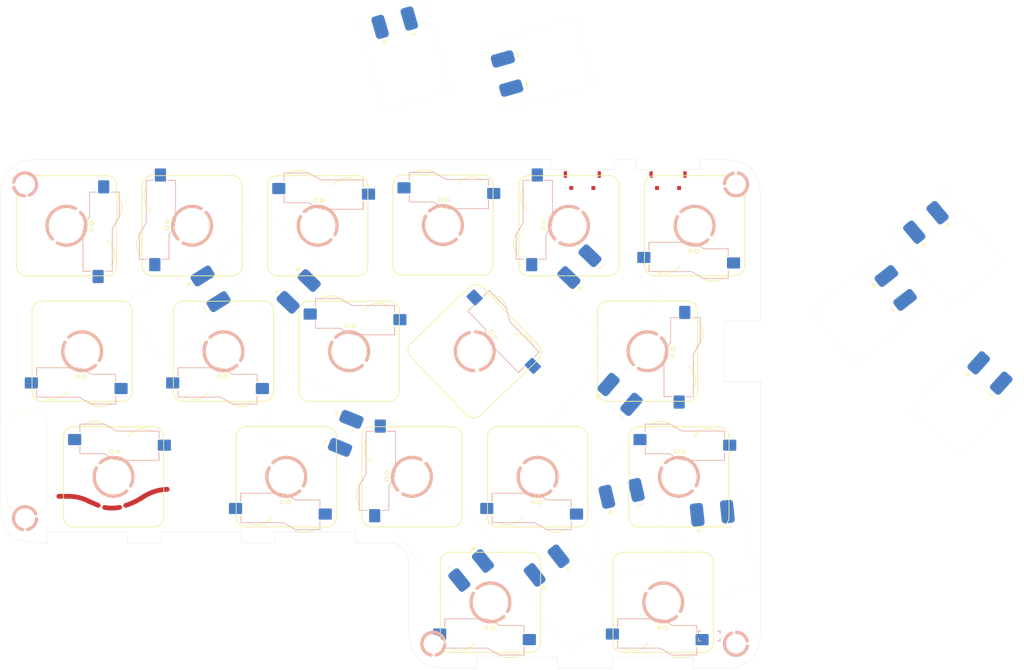
<source format=kicad_pcb>
(kicad_pcb (version 20211014) (generator pcbnew)
  (layers (0 "F.Cu" signal) (1 "In1.Cu" signal) (2 "In2.Cu" signal) (31 "B.Cu" signal) (34 "B.Paste" user) (35 "F.Paste" user) (36 "B.SilkS" user "B.Silkscreen") (37 "F.SilkS" user "F.Silkscreen") (38 "B.Mask" user) (39 "F.Mask" user) (44 "Edge.Cuts" user))
  (net 0 "")
  (net 1 "B1-")
  (net 2 "B+")
  (net 3 "B2-")
  (net 4 "B3-")
  (net 5 "B4-")
  (net 6 "B5-")
  (net 7 "B6-")
  (net 8 "B7-")
  (net 9 "B8-")
  (net 10 "B10-")
  (net 11 "B11-")
  (net 12 "B12-")
  (net 13 "GND")
  (net 14 "/MCU/RESET PIN")
  (net 17 "Net-(U4-Pad3)")
  (net 18 "/MCU/P0.29")
  (net 19 "/MCU/P0.02")
  (net 20 "/MCU/P1.15")
  (net 21 "/MCU/P1.13")
  (net 22 "/MCU/P0.25")
  (net 23 "/MCU/P0.13")
  (net 24 "/MCU/P0.15")
  (net 25 "/MCU/P0.24")
  (net 26 "/MCU/P0.30")
  (net 27 "/MCU/P0.28")
  (net 28 "/MCU/P0.03")
  (net 29 "/MCU/P1.14")
  (net 30 "/MCU/P0.10")
  (net 31 "/MCU/P0.06")
  (net 32 "/MCU/P0.09")
  (net 33 "/MCU/P1.06")
  (net 34 "/MCU/P1.04")
  (net 35 "/MCU/P1.03")
  (footprint "Library:BatteryV2" (layer "F.Cu") (at 245.943143 82.469502 -140)
    (fp_text reference "B6" hide)
    (fp_text value "Battery")
    (fp_line (start 10.35 13.65) (end 10.35 0.2) (layer "Edge.Cuts") (width 0.01))
    (fp_line (start 9.95 -0.2) (end 0.2 -0.2) (layer "Edge.Cuts") (width 0.01))
    (fp_line (start 9.25 10.600002) (end 9.25 13.65) (layer "Edge.Cuts") (width 0.01))
    (fp_line (start 0.9 13.65) (end 0.900002 10.6) (layer "Edge.Cuts") (width 0.01))
    (fp_line (start -0.2 0.2) (end -0.2 13.65) (layer "Edge.Cuts") (width 0.01))
    (fp_line (start 8.85 10.200002) (end 1.300002 10.2) (layer "Edge.Cuts") (width 0.01))
    (fp_arc (start 0.9 13.65) (mid 0.35 14.2) (end -0.2 13.65) (layer "Edge.Cuts") (width 0.01))
    (fp_arc (start 0.900002 10.6) (mid 1.01716 10.317158) (end 1.300002 10.2) (layer "Edge.Cuts") (width 0.01))
    (fp_arc (start 8.85 10.200002) (mid 9.132842 10.31716) (end 9.25 10.600002) (layer "Edge.Cuts") (width 0.01))
    (fp_arc (start 9.95 -0.2) (mid 10.232843 -0.082843) (end 10.35 0.2) (layer "Edge.Cuts") (width 0.01))
    (fp_arc (start -0.2 0.2) (mid -0.082842 -0.082842) (end 0.2 -0.2) (layer "Edge.Cuts") (width 0.01))
    (fp_arc (start 10.35 13.65) (mid 9.8 14.2) (end 9.25 13.65) (layer "Edge.Cuts") (width 0.01))
    (pad "1" smd roundrect locked (at 2.775 12 220) (size 2 3.5) (layers "B.Cu" "B.Paste" "B.Mask") (net 7 "B6-"))
    (pad "2" smd roundrect locked (at 7.375 12 40) (size 2 3.5) (layers "B.Cu" "B.Paste" "B.Mask") (net 2 "B+"))
  )
  (footprint "Library:GateronHotswap" (layer "F.Cu") (at 194.5125 134.188524)
    (fp_text reference "REF**" hide)
    (fp_text value "GateronHotswap")
    (pad "" np_thru_hole circle locked (at -4.4 4.7 180) (size 3.05 3.05) (drill 3.05) (layers *.Cu *.Mask))
    (pad "" np_thru_hole circle locked (at 2.6 5.75) (size 3.05 3.05) (drill 3.05) (layers *.Cu *.Mask))
    (pad "" np_thru_hole circle locked (at 0 0 180) (size 5.1 5.1) (drill 5.1) (layers F&B.Cu *.Mask))
    (pad "1" smd roundrect locked (at 5.900541 5.65 180) (size 2 1.7) (layers "B.Cu" "B.Paste" "B.Mask") (roundrect_rratio 0.1) (net 13 "GND"))
    (pad "2" smd roundrect locked (at -7.700541 4.8) (size 2 1.7) (layers "B.Cu" "B.Paste" "B.Mask") (roundrect_rratio 0.1) (net 20 "/MCU/P1.15"))
  )
  (footprint "Library:GateronHotswap" (layer "F.Cu") (at 104.025 77.038524 90)
    (fp_text reference "REF**" hide)
    (fp_text value "GateronHotswap")
    (pad "" np_thru_hole circle (at 0 0 270) (size 5.1 5.1) (drill 5.1) (layers F&B.Cu *.Mask))
    (pad "" np_thru_hole circle (at -4.4 4.7 270) (size 3.05 3.05) (drill 3.05) (layers *.Cu *.Mask))
    (pad "" np_thru_hole circle (at 2.6 5.75 90) (size 3.05 3.05) (drill 3.05) (layers *.Cu *.Mask))
    (pad "1" smd roundrect (at 5.900541 5.65 270) (size 2 1.7) (layers "B.Cu" "B.Paste" "B.Mask") (roundrect_rratio 0.1) (net 13 "GND"))
    (pad "2" smd roundrect (at -7.700541 4.8 90) (size 2 1.7) (layers "B.Cu" "B.Paste" "B.Mask") (roundrect_rratio 0.1) (net 33 "/MCU/P1.06"))
  )
  (footprint "" (layer "F.Cu") (at 97.75 70.763524)
    (fp_text reference "" (at 0 0) (layer "F.SilkS") (effects (font (size 1.27 1.27))))
    (fp_text value "" (at 0 0) (layer "F.SilkS") (effects (font (size 1.27 1.27))))
    (pad "" np_thru_hole circle locked (at 0 0 180) (size 2.8 2.8) (drill 2.8) (layers F&B.Cu *.Mask))
  )
  (footprint "" (layer "F.Cu") (at 205.54995 70.763514 -90)
    (fp_text reference "" (at 0 0 90) (layer "F.SilkS") (effects (font (size 1.27 1.27))))
    (fp_text value "" (at 0 0 90) (layer "F.SilkS") (effects (font (size 1.27 1.27))))
    (pad "" np_thru_hole circle locked (at 0 0 90) (size 2.8 2.8) (drill 2.8) (layers F&B.Cu *.Mask))
  )
  (footprint "Library:BatteryV2" (layer "F.Cu") (at 183.918546 115.018082 139)
    (fp_text reference "B1" hide)
    (fp_text value "Battery")
    (fp_line (start 8.85 10.200002) (end 1.300002 10.2) (layer "Edge.Cuts") (width 0.01))
    (fp_line (start 10.35 13.65) (end 10.35 0.2) (layer "Edge.Cuts") (width 0.01))
    (fp_line (start 0.9 13.65) (end 0.900002 10.6) (layer "Edge.Cuts") (width 0.01))
    (fp_line (start -0.2 0.2) (end -0.2 13.65) (layer "Edge.Cuts") (width 0.01))
    (fp_line (start 9.25 10.600002) (end 9.25 13.65) (layer "Edge.Cuts") (width 0.01))
    (fp_line (start 9.95 -0.2) (end 0.2 -0.2) (layer "Edge.Cuts") (width 0.01))
    (fp_arc (start 8.85 10.200002) (mid 9.132842 10.317159) (end 9.25 10.600002) (layer "Edge.Cuts") (width 0.01))
    (fp_arc (start 0.900002 10.6) (mid 1.01716 10.317157) (end 1.300002 10.2) (layer "Edge.Cuts") (width 0.01))
    (fp_arc (start 9.95 -0.2) (mid 10.232843 -0.082843) (end 10.35 0.2) (layer "Edge.Cuts") (width 0.01))
    (fp_arc (start 0.9 13.65) (mid 0.350001 14.2) (end -0.2 13.65) (layer "Edge.Cuts") (width 0.01))
    (fp_arc (start 10.35 13.65) (mid 9.8 14.2) (end 9.25 13.65) (layer "Edge.Cuts") (width 0.01))
    (fp_arc (start -0.2 0.2) (mid -0.082842 -0.082842) (end 0.2 -0.2) (layer "Edge.Cuts") (width 0.01))
    (pad "1" smd roundrect locked (at 2.775 12 139) (size 2 3.5) (layers "B.Cu" "B.Paste" "B.Mask") (net 1 "B1-"))
    (pad "2" smd roundrect locked (at 7.375 12 319) (size 2 3.5) (layers "B.Cu" "B.Paste" "B.Mask") (net 2 "B+"))
  )
  (footprint "Library:BatteryV2" (layer "F.Cu") (at 193.96582 87.930909 -134)
    (fp_text reference "B7" hide)
    (fp_text value "Battery")
    (fp_line (start 9.95 -0.2) (end 0.2 -0.2) (layer "Edge.Cuts") (width 0.01))
    (fp_line (start 9.25 10.600002) (end 9.25 13.65) (layer "Edge.Cuts") (width 0.01))
    (fp_line (start 0.9 13.65) (end 0.900002 10.6) (layer "Edge.Cuts") (width 0.01))
    (fp_line (start 8.85 10.200002) (end 1.300002 10.2) (layer "Edge.Cuts") (width 0.01))
    (fp_line (start -0.2 0.2) (end -0.2 13.65) (layer "Edge.Cuts") (width 0.01))
    (fp_line (start 10.35 13.65) (end 10.35 0.2) (layer "Edge.Cuts") (width 0.01))
    (fp_arc (start 8.85 10.200002) (mid 9.132842 10.31716) (end 9.25 10.600002) (layer "Edge.Cuts") (width 0.01))
    (fp_arc (start 10.35 13.65) (mid 9.8 14.2) (end 9.25 13.65) (layer "Edge.Cuts") (width 0.01))
    (fp_arc (start -0.2 0.2) (mid -0.082842 -0.082843) (end 0.2 -0.2) (layer "Edge.Cuts") (width 0.01))
    (fp_arc (start 0.900002 10.6) (mid 1.01716 10.317158) (end 1.300002 10.2) (layer "Edge.Cuts") (width 0.01))
    (fp_arc (start 0.9 13.65) (mid 0.35 14.2) (end -0.2 13.65) (layer "Edge.Cuts") (width 0.01))
    (fp_arc (start 9.95 -0.2) (mid 10.232843 -0.082843) (end 10.35 0.2) (layer "Edge.Cuts") (width 0.01))
    (pad "1" smd roundrect locked (at 2.775 12 226) (size 2 3.5) (layers "B.Cu" "B.Paste" "B.Mask"))
    (pad "2" smd roundrect locked (at 7.375 12 46) (size 2 3.5) (layers "B.Cu" "B.Paste" "B.Mask"))
  )
  (footprint "Library:GateronHotswap" (layer "F.Cu") (at 146.8875 96.088524 180)
    (fp_text reference "REF**" hide)
    (fp_text value "GateronHotswap")
    (pad "" np_thru_hole circle locked (at -4.4 4.7) (size 3.05 3.05) (drill 3.05) (layers *.Cu *.Mask))
    (pad "" np_thru_hole circle locked (at 0 0) (size 5.1 5.1) (drill 5.1) (layers F&B.Cu *.Mask))
    (pad "" np_thru_hole circle locked (at 2.6 5.75 180) (size 3.05 3.05) (drill 3.05) (layers *.Cu *.Mask))
    (pad "1" smd roundrect locked (at 5.900541 5.65) (size 2 1.7) (layers "B.Cu" "B.Paste" "B.Mask") (roundrect_rratio 0.1) (net 13 "GND"))
    (pad "2" smd roundrect locked (at -7.700541 4.8 180) (size 2 1.7) (layers "B.Cu" "B.Paste" "B.Mask") (roundrect_rratio 0.1) (net 24 "/MCU/P0.15"))
  )
  (footprint "Library:GateronHotswap" (layer "F.Cu") (at 142.125 77.038524 180)
    (fp_text reference "REF**" hide)
    (fp_text value "GateronHotswap")
    (pad "" np_thru_hole circle locked (at 0 0) (size 5.1 5.1) (drill 5.1) (layers F&B.Cu *.Mask))
    (pad "" np_thru_hole circle locked (at -4.4 4.7) (size 3.05 3.05) (drill 3.05) (layers *.Cu *.Mask))
    (pad "" np_thru_hole circle locked (at 2.6 5.75 180) (size 3.05 3.05) (drill 3.05) (layers *.Cu *.Mask))
    (pad "1" smd roundrect locked (at 5.900541 5.65) (size 2 1.7) (layers "B.Cu" "B.Paste" "B.Mask") (roundrect_rratio 0.1) (net 22 "/MCU/P0.25"))
    (pad "2" smd roundrect locked (at -7.700541 4.8 180) (size 2 1.7) (layers "B.Cu" "B.Paste" "B.Mask") (roundrect_rratio 0.1) (net 13 "GND"))
  )
  (footprint "Library:Button" (layer "F.Cu") (at 182.245953 71.013525)
    (fp_text reference "U1" hide)
    (fp_text value "Button")
    (fp_line (start -2.32 0) (end -2.32 -2.25) (layer "Edge.Cuts") (width 0.01))
    (fp_line (start 2.32 0) (end -2.32 0) (layer "Edge.Cuts") (width 0.01))
    (fp_line (start 2.32 0) (end 2.32 -2.25) (layer "Edge.Cuts") (width 0.01))
    (pad "1" smd roundrect locked (at 2.57 -1.75 180) (size 0.5 1) (layers "F.Cu" "F.Paste" "F.Mask") (chamfer_ratio 0) (chamfer top_right bottom_right))
    (pad "1" smd roundrect locked (at -2.57 -1.75) (size 0.5 1) (layers "F.Cu" "F.Paste" "F.Mask") (chamfer_ratio 0) (chamfer top_right bottom_right))
    (pad "2" smd roundrect locked (at -1.675 0.3 90) (size 0.6 0.6) (layers "F.Cu" "F.Paste" "F.Mask") (chamfer_ratio 0) (chamfer top_right bottom_right) (net 13 "GND"))
    (pad "3" smd roundrect locked (at 1.675 0.3 90) (size 0.6 0.6) (layers "F.Cu" "F.Paste" "F.Mask") (chamfer_ratio 0) (chamfer top_right bottom_right) (net 14 "/MCU/RESET PIN"))
  )
  (footprint "Library:GateronHotswap" (layer "F.Cu") (at 199.275 77.038524)
    (fp_text reference "REF**" hide)
    (fp_text value "GateronHotswap")
    (pad "" np_thru_hole circle locked (at 0 0 180) (size 5.1 5.1) (drill 5.1) (layers F&B.Cu *.Mask))
    (pad "" np_thru_hole circle locked (at -4.4 4.7 180) (size 3.05 3.05) (drill 3.05) (layers *.Cu *.Mask))
    (pad "" np_thru_hole circle locked (at 2.6 5.75) (size 3.05 3.05) (drill 3.05) (layers *.Cu *.Mask))
    (pad "1" smd roundrect locked (at 5.900541 5.65 180) (size 2 1.7) (layers "B.Cu" "B.Paste" "B.Mask") (roundrect_rratio 0.1) (net 13 "GND"))
    (pad "2" smd roundrect locked (at -7.700541 4.8) (size 2 1.7) (layers "B.Cu" "B.Paste" "B.Mask") (roundrect_rratio 0.1) (net 29 "/MCU/P1.14"))
  )
  (footprint "Library:BatteryV2" (layer "F.Cu") (at 208.254169 132.061147 -174)
    (fp_text reference "B7" hide)
    (fp_text value "Battery")
    (fp_line (start 9.95 -0.2) (end 0.2 -0.2) (layer "Edge.Cuts") (width 0.01))
    (fp_line (start 9.25 10.600002) (end 9.25 13.65) (layer "Edge.Cuts") (width 0.01))
    (fp_line (start 0.9 13.65) (end 0.900002 10.6) (layer "Edge.Cuts") (width 0.01))
    (fp_line (start 8.85 10.200002) (end 1.300002 10.2) (layer "Edge.Cuts") (width 0.01))
    (fp_line (start -0.2 0.2) (end -0.2 13.65) (layer "Edge.Cuts") (width 0.01))
    (fp_line (start 10.35 13.65) (end 10.35 0.2) (layer "Edge.Cuts") (width 0.01))
    (fp_arc (start 8.85 10.200002) (mid 9.132842 10.31716) (end 9.25 10.600002) (layer "Edge.Cuts") (width 0.01))
    (fp_arc (start 10.35 13.65) (mid 9.8 14.2) (end 9.25 13.65) (layer "Edge.Cuts") (width 0.01))
    (fp_arc (start -0.2 0.2) (mid -0.082842 -0.082842) (end 0.2 -0.2) (layer "Edge.Cuts") (width 0.01))
    (fp_arc (start 0.900002 10.6) (mid 1.01716 10.317158) (end 1.300002 10.2) (layer "Edge.Cuts") (width 0.01))
    (fp_arc (start 0.9 13.65) (mid 0.35 14.2) (end -0.2 13.65) (layer "Edge.Cuts") (width 0.01))
    (fp_arc (start 9.95 -0.2) (mid 10.232843 -0.082843) (end 10.35 0.2) (layer "Edge.Cuts") (width 0.01))
    (pad "1" smd roundrect locked (at 2.775 12 186) (size 2 3.5) (layers "B.Cu" "B.Paste" "B.Mask") (net 8 "B7-"))
    (pad "2" smd roundrect locked (at 7.375 12 6) (size 2 3.5) (layers "B.Cu" "B.Paste" "B.Mask") (net 2 "B+"))
  )
  (footprint "Library:GateronHotswap" (layer "F.Cu") (at 168.31875 134.188524)
    (fp_text reference "REF**" hide)
    (fp_text value "GateronHotswap")
    (pad "" np_thru_hole circle locked (at 2.6 5.75) (size 3.05 3.05) (drill 3.05) (layers *.Cu *.Mask))
    (pad "" np_thru_hole circle locked (at 0 0 180) (size 5.1 5.1) (drill 5.1) (layers F&B.Cu *.Mask))
    (pad "" np_thru_hole circle locked (at -4.4 4.7 180) (size 3.05 3.05) (drill 3.05) (layers *.Cu *.Mask))
    (pad "1" smd roundrect locked (at 5.900541 5.65 180) (size 2 1.7) (layers "B.Cu" "B.Paste" "B.Mask") (roundrect_rratio 0.1) (net 21 "/MCU/P1.13"))
    (pad "2" smd roundrect locked (at -7.700541 4.8) (size 2 1.7) (layers "B.Cu" "B.Paste" "B.Mask") (roundrect_rratio 0.1) (net 13 "GND"))
  )
  (footprint "Library:BatteryV2" (layer "F.Cu") (at 133.34506 108.750701 68)
    (fp_text reference "B12" hide)
    (fp_text value "Battery")
    (fp_line (start -0.2 0.2) (end -0.2 13.65) (layer "Edge.Cuts") (width 0.01))
    (fp_line (start 0.9 13.65) (end 0.900002 10.6) (layer "Edge.Cuts") (width 0.01))
    (fp_line (start 10.35 13.65) (end 10.35 0.2) (layer "Edge.Cuts") (width 0.01))
    (fp_line (start 9.95 -0.2) (end 0.2 -0.2) (layer "Edge.Cuts") (width 0.01))
    (fp_line (start 9.25 10.600002) (end 9.25 13.65) (layer "Edge.Cuts") (width 0.01))
    (fp_line (start 8.85 10.200002) (end 1.300002 10.2) (layer "Edge.Cuts") (width 0.01))
    (fp_arc (start 0.9 13.65) (mid 0.35 14.2) (end -0.2 13.65) (layer "Edge.Cuts") (width 0.01))
    (fp_arc (start 0.900002 10.6) (mid 1.01716 10.317158) (end 1.300002 10.2) (layer "Edge.Cuts") (width 0.01))
    (fp_arc (start 9.95 -0.2) (mid 10.232843 -0.082843) (end 10.35 0.2) (layer "Edge.Cuts") (width 0.01))
    (fp_arc (start 10.35 13.65) (mid 9.8 14.2) (end 9.25 13.65) (layer "Edge.Cuts") (width 0.01))
    (fp_arc (start -0.2 0.2) (mid -0.082842 -0.082842) (end 0.2 -0.2) (layer "Edge.Cuts") (width 0.01))
    (fp_arc (start 8.85 10.200002) (mid 9.132842 10.31716) (end 9.25 10.600002) (layer "Edge.Cuts") (width 0.01))
    (pad "1" smd roundrect locked (at 2.775 12 68) (size 2 3.5) (layers "B.Cu" "B.Paste" "B.Mask"))
    (pad "2" smd roundrect locked (at 7.375 12 248) (size 2 3.5) (layers "B.Cu" "B.Paste" "B.Mask"))
  )
  (footprint "Library:BatteryV2" (layer "F.Cu") (at 188.223171 134.942047 -142)
    (fp_text reference "B11" hide)
    (fp_text value "Battery")
    (fp_line (start 8.85 10.200002) (end 1.300002 10.2) (layer "Edge.Cuts") (width 0.01))
    (fp_line (start 9.95 -0.2) (end 0.2 -0.2) (layer "Edge.Cuts") (width 0.01))
    (fp_line (start 9.25 10.600002) (end 9.25 13.65) (layer "Edge.Cuts") (width 0.01))
    (fp_line (start 10.35 13.65) (end 10.35 0.2) (layer "Edge.Cuts") (width 0.01))
    (fp_line (start -0.2 0.2) (end -0.2 13.65) (layer "Edge.Cuts") (width 0.01))
    (fp_line (start 0.9 13.65) (end 0.900002 10.6) (layer "Edge.Cuts") (width 0.01))
    (fp_arc (start -0.2 0.2) (mid -0.082842 -0.082842) (end 0.2 -0.2) (layer "Edge.Cuts") (width 0.01))
    (fp_arc (start 9.95 -0.2) (mid 10.232843 -0.082843) (end 10.35 0.2) (layer "Edge.Cuts") (width 0.01))
    (fp_arc (start 0.9 13.65) (mid 0.35 14.2) (end -0.2 13.65) (layer "Edge.Cuts") (width 0.01))
    (fp_arc (start 10.35 13.65) (mid 9.8 14.2) (end 9.25 13.65) (layer "Edge.Cuts") (width 0.01))
    (fp_arc (start 8.85 10.200002) (mid 9.132842 10.31716) (end 9.25 10.600002) (layer "Edge.Cuts") (width 0.01))
    (fp_arc (start 0.900002 10.6) (mid 1.01716 10.317158) (end 1.300002 10.2) (layer "Edge.Cuts") (width 0.01))
    (pad "1" smd roundrect locked (at 2.775 12 218) (size 2 3.5) (layers "B.Cu" "B.Paste" "B.Mask") (net 11 "B11-"))
    (pad "2" smd roundrect locked (at 7.375 12 38) (size 2 3.5) (layers "B.Cu" "B.Paste" "B.Mask") (net 2 "B+"))
  )
  (footprint "Library:GateronHotswap" (layer "F.Cu") (at 196.893751 115.138524 180)
    (fp_text reference "REF**" hide)
    (fp_text value "GateronHotswap")
    (pad "" np_thru_hole circle locked (at -4.4 4.7) (size 3.05 3.05) (drill 3.05) (layers *.Cu *.Mask))
    (pad "" np_thru_hole circle locked (at 0 0) (size 5.1 5.1) (drill 5.1) (layers F&B.Cu *.Mask))
    (pad "" np_thru_hole circle locked (at 2.6 5.75 180) (size 3.05 3.05) (drill 3.05) (layers *.Cu *.Mask))
    (pad "1" smd roundrect locked (at 5.900541 5.65) (size 2 1.7) (layers "B.Cu" "B.Paste" "B.Mask") (roundrect_rratio 0.1) (net 19 "/MCU/P0.02"))
    (pad "2" smd roundrect locked (at -7.700541 4.8 180) (size 2 1.7) (layers "B.Cu" "B.Paste" "B.Mask") (roundrect_rratio 0.1) (net 13 "GND"))
  )
  (footprint "Library:GateronHotswap" (layer "F.Cu") (at 137.3625 115.138524)
    (fp_text reference "REF**" hide)
    (fp_text value "GateronHotswap")
    (pad "" np_thru_hole circle locked (at 2.6 5.75) (size 3.05 3.05) (drill 3.05) (layers *.Cu *.Mask))
    (pad "" np_thru_hole circle locked (at 0 0 180) (size 5.1 5.1) (drill 5.1) (layers F&B.Cu *.Mask))
    (pad "" np_thru_hole circle locked (at -4.4 4.7 180) (size 3.05 3.05) (drill 3.05) (layers *.Cu *.Mask))
    (pad "1" smd roundrect locked (at 5.900541 5.65 180) (size 2 1.7) (layers "B.Cu" "B.Paste" "B.Mask") (roundrect_rratio 0.1) (net 31 "/MCU/P0.06"))
    (pad "2" smd roundrect locked (at -7.700541 4.8) (size 2 1.7) (layers "B.Cu" "B.Paste" "B.Mask") (roundrect_rratio 0.1) (net 13 "GND"))
  )
  (footprint "Library:ConicCorner" (layer "F.Cu") (at 207.299949 67.013524)
    (fp_text reference "REF**" hide)
    (fp_text value "ConicCorner" hide)
    (fp_line (start 0.685007 1.565378) (end 0.56 1.44) (layer "Edge.Cuts") (width 0.03))
    (fp_line (start -3.109557 0.029585) (end -3.326097 0.014735) (layer "Edge.Cuts") (width 0.03))
    (fp_line (start -2.476649 0.094994) (end -2.684833 0.069714) (layer "Edge.Cuts") (width 0.03))
    (fp_line (start 0.685007 1.565378) (end 0.803113 1.697657) (layer "Edge.Cuts") (width 0.03))
    (fp_line (start 1.589742 3.127744) (end 1.650704 3.30803) (layer "Edge.Cuts") (width 0.03))
    (fp_line (start -0.608282 0.620207) (end -0.77787 0.545713) (layer "Edge.Cuts") (width 0.03))
    (fp_line (start 0.434993 1.314622) (end 0.302343 1.196887) (layer "Edge.Cuts") (width 0.03))
    (fp_line (start 0.434993 1.314622) (end 0.56 1.44) (layer "Edge.Cuts") (width 0.03))
    (fp_line (start -1.127744 0.410258) (end -1.30803 0.349296) (layer "Edge.Cuts") (width 0.03))
    (fp_line (start 1.905006 4.476649) (end 1.930286 4.684833) (layer "Edge.Cuts") (width 0.03))
    (fp_line (start 1.970415 5.109557) (end 1.985265 5.326097) (layer "Edge.Cuts") (width 0.03))
    (fp_line (start 1.38 2.61) (end 1.454287 2.77787) (layer "Edge.Cuts") (width 0.03))
    (fp_curve (pts (xy 1.113416 2.13435) (xy 1.209506 2.286225) (xy 1.298275 2.444307) (xy 1.379793 2.608282)) (layer "Edge.Cuts") (width 0.03))
    (fp_curve (pts (xy -4 0) (xy -3.771346 0) (xy -3.546712 0.004911) (xy -3.326097 0.014735)) (layer "Edge.Cuts") (width 0.03))
    (fp_curve (pts (xy -0.608282 0.620207) (xy -0.444307 0.701725) (xy -0.286225 0.790494) (xy -0.13435 0.886584)) (layer "Edge.Cuts") (width 0.03))
    (fp_curve (pts (xy 1.650704 3.30803) (xy 1.705157 3.493399) (xy 1.753391 3.683603) (xy 1.795683 3.87844)) (layer "Edge.Cuts") (width 0.03))
    (fp_curve (pts (xy 1.985265 5.326097) (xy 1.995089 5.546712) (xy 2 5.771346) (xy 2 6)) (layer "Edge.Cuts") (width 0.03))
    (fp_curve (pts (xy 1.795683 3.87844) (xy 1.837975 4.073277) (xy 1.874324 4.272747) (xy 1.905006 4.476649)) (layer "Edge.Cuts") (width 0.03))
    (fp_curve (pts (xy -0.13435 0.886584) (xy 0.017526 0.982674) (xy 0.163194 1.086085) (xy 0.302343 1.196887)) (layer "Edge.Cuts") (width 0.03))
    (fp_curve (pts (xy 0.803113 1.697657) (xy 0.913915 1.836806) (xy 1.017326 1.982474) (xy 1.113416 2.13435)) (layer "Edge.Cuts") (width 0.03))
    (fp_curve (pts (xy 1.454287 2.77787) (xy 1.522015 2.952807) (xy 1.522015 2.952807) (xy 1.589742 3.127744)) (layer "Edge.Cuts") (width 0.03))
    (fp_curve (pts (xy -1.127744 0.410258) (xy -0.952807 0.477985) (xy -0.952807 0.477985) (xy -0.77787 0.545713)) (layer "Edge.Cuts") (width 0.03))
    (fp_curve (pts (xy -2.476649 0.094994) (xy -2.272747 0.125676) (xy -2.073277 0.162025) (xy -1.87844 0.204317)) (layer "Edge.Cuts") (width 0.03))
    (fp_curve (pts (xy 1.930286 4.684833) (xy 1.95035 4.897195) (xy 1.95035 4.897195) (xy 1.970415 5.109557)) (layer "Edge.Cuts") (width 0.03))
    (fp_curve (pts (xy -3.109557 0.029585) (xy -2.897195 0.04965) (xy -2.897195 0.04965) (xy -2.684833 0.069714)) (layer "Edge.Cuts") (width 0.03))
    (fp_curve (pts (xy -1.87844 0.204317) (xy -1.683603 0.246609) (xy -1.493399 0.294843) (xy -1.30803 0.349296)) (layer "Edge.Cuts") (width 0.03))
  )
  (footprint "" (layer "F.Cu") (at 205.549957 140.463525 180)
    (fp_text reference "" (at 0 0) (layer "F.SilkS") (effects (font (size 1.27 1.27))))
    (fp_text value "" (at 0 0) (layer "F.SilkS") (effects (font (size 1.27 1.27))))
    (pad "" np_thru_hole circle locked (at 0 0) (size 2.8 2.8) (drill 2.8) (layers F&B.Cu *.Mask))
  )
  (footprint "Library:BatteryV2" (layer "F.Cu") (at 118.396454 97.274416 122)
    (fp_text reference "B2" hide)
    (fp_text value "Battery")
    (fp_line (start -0.2 0.2) (end -0.2 13.65) (layer "Edge.Cuts") (width 0.01))
    (fp_line (start 9.25 10.600002) (end 9.25 13.65) (layer "Edge.Cuts") (width 0.01))
    (fp_line (start 8.85 10.200002) (end 1.300002 10.2) (layer "Edge.Cuts") (width 0.01))
    (fp_line (start 0.9 13.65) (end 0.900002 10.6) (layer "Edge.Cuts") (width 0.01))
    (fp_line (start 9.95 -0.2) (end 0.2 -0.2) (layer "Edge.Cuts") (width 0.01))
    (fp_line (start 10.35 13.65) (end 10.35 0.2) (layer "Edge.Cuts") (width 0.01))
    (fp_arc (start 10.35 13.65) (mid 9.8 14.2) (end 9.25 13.65) (layer "Edge.Cuts") (width 0.01))
    (fp_arc (start 0.9 13.65) (mid 0.349999 14.2) (end -0.2 13.65) (layer "Edge.Cuts") (width 0.01))
    (fp_arc (start 8.85 10.200002) (mid 9.132842 10.31716) (end 9.25 10.600002) (layer "Edge.Cuts") (width 0.01))
    (fp_arc (start 9.95 -0.2) (mid 10.232843 -0.082843) (end 10.35 0.2) (layer "Edge.Cuts") (width 0.01))
    (fp_arc (start 0.900002 10.6) (mid 1.01716 10.317158) (end 1.300002 10.2) (layer "Edge.Cuts") (width 0.01))
    (fp_arc (start -0.2 0.2) (mid -0.082842 -0.082842) (end 0.2 -0.2) (layer "Edge.Cuts") (width 0.01))
    (pad "1" smd roundrect locked (at 2.775 12 122) (size 2 3.5) (layers "B.Cu" "B.Paste" "B.Mask") (net 3 "B2-"))
    (pad "2" smd roundrect locked (at 7.375 12 302) (size 2 3.5) (layers "B.Cu" "B.Paste" "B.Mask") (net 2 "B+"))
  )
  (footprint "Library:GateronHotswap" (layer "F.Cu") (at 175.462499 115.138524)
    (fp_text reference "REF**" hide)
    (fp_text value "GateronHotswap")
    (pad "" np_thru_hole circle locked (at -4.4 4.7 180) (size 3.05 3.05) (drill 3.05) (layers *.Cu *.Mask))
    (pad "" np_thru_hole circle locked (at 0 0 180) (size 5.1 5.1) (drill 5.1) (layers F&B.Cu *.Mask))
    (pad "" np_thru_hole circle locked (at 2.6 5.75) (size 3.05 3.05) (drill 3.05) (layers *.Cu *.Mask))
    (pad "1" smd roundrect locked (at 5.900541 5.65 180) (size 2 1.7) (layers "B.Cu" "B.Paste" "B.Mask") (roundrect_rratio 0.1) (net 18 "/MCU/P0.29"))
    (pad "2" smd roundrect locked (at -7.700541 4.8) (size 2 1.7) (layers "B.Cu" "B.Paste" "B.Mask") (roundrect_rratio 0.1) (net 13 "GND"))
  )
  (footprint "Library:ConicCorner" (layer "F.Cu") (at 157.9125 144.213524 180)
    (fp_text reference "REF**" hide)
    (fp_text value "ConicCorner" hide)
    (fp_line (start -2.476649 0.094994) (end -2.684833 0.069714) (layer "Edge.Cuts") (width 0.03))
    (fp_line (start 1.38 2.61) (end 1.454287 2.77787) (layer "Edge.Cuts") (width 0.03))
    (fp_line (start 0.434993 1.314622) (end 0.302343 1.196887) (layer "Edge.Cuts") (width 0.03))
    (fp_line (start 0.685007 1.565378) (end 0.56 1.44) (layer "Edge.Cuts") (width 0.03))
    (fp_line (start 1.905006 4.476649) (end 1.930286 4.684833) (layer "Edge.Cuts") (width 0.03))
    (fp_line (start -1.127744 0.410258) (end -1.30803 0.349296) (layer "Edge.Cuts") (width 0.03))
    (fp_line (start 0.685007 1.565378) (end 0.803113 1.697657) (layer "Edge.Cuts") (width 0.03))
    (fp_line (start 1.589742 3.127744) (end 1.650704 3.30803) (layer "Edge.Cuts") (width 0.03))
    (fp_line (start -3.109557 0.029585) (end -3.326097 0.014735) (layer "Edge.Cuts") (width 0.03))
    (fp_line (start -0.608282 0.620207) (end -0.77787 0.545713) (layer "Edge.Cuts") (width 0.03))
    (fp_line (start 0.434993 1.314622) (end 0.56 1.44) (layer "Edge.Cuts") (width 0.03))
    (fp_line (start 1.970415 5.109557) (end 1.985265 5.326097) (layer "Edge.Cuts") (width 0.03))
    (fp_curve (pts (xy 1.795683 3.87844) (xy 1.837975 4.073277) (xy 1.874324 4.272747) (xy 1.905006 4.476649)) (layer "Edge.Cuts") (width 0.03))
    (fp_curve (pts (xy -0.13435 0.886584) (xy 0.017526 0.982674) (xy 0.163194 1.086085) (xy 0.302343 1.196887)) (layer "Edge.Cuts") (width 0.03))
    (fp_curve (pts (xy -1.87844 0.204317) (xy -1.683603 0.246609) (xy -1.493399 0.294843) (xy -1.30803 0.349296)) (layer "Edge.Cuts") (width 0.03))
    (fp_curve (pts (xy 1.930286 4.684833) (xy 1.95035 4.897195) (xy 1.95035 4.897195) (xy 1.970415 5.109557)) (layer "Edge.Cuts") (width 0.03))
    (fp_curve (pts (xy -4 0) (xy -3.771346 0) (xy -3.546712 0.004911) (xy -3.326097 0.014735)) (layer "Edge.Cuts") (width 0.03))
    (fp_curve (pts (xy -3.109557 0.029585) (xy -2.897195 0.04965) (xy -2.897195 0.04965) (xy -2.684833 0.069714)) (layer "Edge.Cuts") (width 0.03))
    (fp_curve (pts (xy -1.127744 0.410258) (xy -0.952807 0.477985) (xy -0.952807 0.477985) (xy -0.77787 0.545713)) (layer "Edge.Cuts") (width 0.03))
    (fp_curve (pts (xy 1.113416 2.13435) (xy 1.209506 2.286225) (xy 1.298275 2.444307) (xy 1.379793 2.608282)) (layer "Edge.Cuts") (width 0.03))
    (fp_curve (pts (xy 1.650704 3.30803) (xy 1.705157 3.493399) (xy 1.753391 3.683603) (xy 1.795683 3.87844)) (layer "Edge.Cuts") (width 0.03))
    (fp_curve (pts (xy 0.803113 1.697657) (xy 0.913915 1.836806) (xy 1.017326 1.982474) (xy 1.113416 2.13435)) (layer "Edge.Cuts") (width 0.03))
    (fp_curve (pts (xy 1.454287 2.77787) (xy 1.522015 2.952807) (xy 1.522015 2.952807) (xy 1.589742 3.127744)) (layer "Edge.Cuts") (width 0.03))
    (fp_curve (pts (xy -2.476649 0.094994) (xy -2.272747 0.125676) (xy -2.073277 0.162025) (xy -1.87844 0.204317)) (layer "Edge.Cuts") (width 0.03))
    (fp_curve (pts (xy 1.985265 5.326097) (xy 1.995089 5.546712) (xy 2 5.771346) (xy 2 6)) (layer "Edge.Cuts") (width 0.03))
    (fp_curve (pts (xy -0.608282 0.620207) (xy -0.444307 0.701725) (xy -0.286225 0.790494) (xy -0.13435 0.886584)) (layer "Edge.Cuts") (width 0.03))
  )
  (footprint "Library:GateronHotswap" (layer "F.Cu") (at 123.075 77.038524 -90)
    (fp_text reference "REF**" hide)
    (fp_text value "GateronHotswap")
    (pad "" np_thru_hole circle locked (at 0 0 90) (size 5.1 5.1) (drill 5.1) (layers F&B.Cu *.Mask))
    (pad "" np_thru_hole circle locked (at -4.4 4.7 90) (size 3.05 3.05) (drill 3.05) (layers *.Cu *.Mask))
    (pad "" np_thru_hole circle locked (at 2.6 5.75 270) (size 3.05 3.05) (drill 3.05) (layers *.Cu *.Mask))
    (pad "1" smd roundrect locked (at 5.900541 5.65 90) (size 2 1.7) (layers "B.Cu" "B.Paste" "B.Mask") (roundrect_rratio 0.1) (net 34 "/MCU/P1.04"))
    (pad "2" smd roundrect locked (at -7.700541 4.8 270) (size 2 1.7) (layers "B.Cu" "B.Paste" "B.Mask") (roundrect_rratio 0.1) (net 13 "GND"))
  )
  (footprint "Library:BatteryV2" (layer "F.Cu") (at 161.986001 56.36268 -164)
    (fp_text reference "B12" hide)
    (fp_text value "Battery")
    (fp_line (start -0.2 0.2) (end -0.2 13.65) (layer "Edge.Cuts") (width 0.01))
    (fp_line (start 0.9 13.65) (end 0.900002 10.6) (layer "Edge.Cuts") (width 0.01))
    (fp_line (start 10.35 13.65) (end 10.35 0.2) (layer "Edge.Cuts") (width 0.01))
    (fp_line (start 9.95 -0.2) (end 0.2 -0.2) (layer "Edge.Cuts") (width 0.01))
    (fp_line (start 9.25 10.600002) (end 9.25 13.65) (layer "Edge.Cuts") (width 0.01))
    (fp_line (start 8.85 10.200002) (end 1.300002 10.2) (layer "Edge.Cuts") (width 0.01))
    (fp_arc (start 0.9 13.65) (mid 0.35 14.2) (end -0.2 13.65) (layer "Edge.Cuts") (width 0.01))
    (fp_arc (start 0.900002 10.6) (mid 1.01716 10.317158) (end 1.300002 10.2) (layer "Edge.Cuts") (width 0.01))
    (fp_arc (start 9.95 -0.2) (mid 10.232843 -0.082843) (end 10.35 0.2) (layer "Edge.Cuts") (width 0.01))
    (fp_arc (start 10.35 13.65) (mid 9.8 14.2) (end 9.25 13.65) (layer "Edge.Cuts") (width 0.01))
    (fp_arc (start -0.2 0.2) (mid -0.082842 -0.082842) (end 0.2 -0.2) (layer "Edge.Cuts") (width 0.01))
    (fp_arc (start 8.85 10.200002) (mid 9.132842 10.317159) (end 9.25 10.600002) (layer "Edge.Cuts") (width 0.01))
    (pad "1" smd roundrect locked (at 2.775 12 196) (size 2 3.5) (layers "B.Cu" "B.Paste" "B.Mask"))
    (pad "2" smd roundrect locked (at 7.375 12 16) (size 2 3.5) (layers "B.Cu" "B.Paste" "B.Mask"))
  )
  (footprint "Library:GateronHotswap" (layer "F.Cu") (at 165.9375 96.088524 134)
    (fp_text reference "REF**" hide)
    (fp_text value "GateronHotswap")
    (pad "" np_thru_hole circle locked (at 0 0 314) (size 5.1 5.1) (drill 5.1) (layers F&B.Cu *.Mask))
    (pad "" np_thru_hole circle locked (at 2.6 5.75 134) (size 3.05 3.05) (drill 3.05) (layers *.Cu *.Mask))
    (pad "" np_thru_hole circle locked (at -4.4 4.7 314) (size 3.05 3.05) (drill 3.05) (layers *.Cu *.Mask))
    (pad "1" smd roundrect locked (at 5.900541 5.65 314) (size 2 1.7) (layers "B.Cu" "B.Paste" "B.Mask") (roundrect_rratio 0.1) (net 13 "GND"))
    (pad "2" smd roundrect locked (at -7.700541 4.8 134) (size 2 1.7) (layers "B.Cu" "B.Paste" "B.Mask") (roundrect_rratio 0.1) (net 26 "/MCU/P0.30"))
  )
  (footprint "Library:BatteryV2" (layer "F.Cu") (at 195.852154 128.201434 -167)
    (fp_text reference "B10" hide)
    (fp_text value "Battery")
    (fp_line (start 10.35 13.65) (end 10.35 0.2) (layer "Edge.Cuts") (width 0.01))
    (fp_line (start 9.25 10.600002) (end 9.25 13.65) (layer "Edge.Cuts") (width 0.01))
    (fp_line (start 0.9 13.65) (end 0.900002 10.6) (layer "Edge.Cuts") (width 0.01))
    (fp_line (start -0.2 0.2) (end -0.2 13.65) (layer "Edge.Cuts") (width 0.01))
    (fp_line (start 9.95 -0.2) (end 0.2 -0.2) (layer "Edge.Cuts") (width 0.01))
    (fp_line (start 8.85 10.200002) (end 1.300002 10.2) (layer "Edge.Cuts") (width 0.01))
    (fp_arc (start 8.85 10.200002) (mid 9.132842 10.31716) (end 9.25 10.600002) (layer "Edge.Cuts") (width 0.01))
    (fp_arc (start -0.2 0.2) (mid -0.082842 -0.082842) (end 0.2 -0.2) (layer "Edge.Cuts") (width 0.01))
    (fp_arc (start 9.95 -0.2) (mid 10.232843 -0.082842) (end 10.35 0.2) (layer "Edge.Cuts") (width 0.01))
    (fp_arc (start 0.9 13.65) (mid 0.35 14.2) (end -0.2 13.65) (layer "Edge.Cuts") (width 0.01))
    (fp_arc (start 0.900002 10.6) (mid 1.01716 10.317158) (end 1.300002 10.2) (layer "Edge.Cuts") (width 0.01))
    (fp_arc (start 10.35 13.65) (mid 9.8 14.2) (end 9.25 13.65) (layer "Edge.Cuts") (width 0.01))
    (pad "1" smd roundrect locked (at 2.775 12 193) (size 2 3.5) (layers "B.Cu" "B.Paste" "B.Mask") (net 10 "B10-"))
    (pad "2" smd roundrect locked (at 7.375 12 13) (size 2 3.5) (layers "B.Cu" "B.Paste" "B.Mask") (net 2 "B+"))
  )
  (footprint "" (layer "F.Cu") (at 97.75 121.413526 90)
    (fp_text reference "" (at 0 0 90) (layer "F.SilkS") (effects (font (size 1.27 1.27))))
    (fp_text value "" (at 0 0 90) (layer "F.SilkS") (effects (font (size 1.27 1.27))))
    (pad "" np_thru_hole circle locked (at 0 0 270) (size 2.8 2.8) (drill 2.8) (layers F&B.Cu *.Mask))
  )
  (footprint "Library:GateronHotswap" (layer "F.Cu") (at 127.8375 96.088524)
    (fp_text reference "REF**" hide)
    (fp_text value "GateronHotswap")
    (pad "" np_thru_hole circle locked (at -4.4 4.7 180) (size 3.05 3.05) (drill 3.05) (layers *.Cu *.Mask))
    (pad "" np_thru_hole circle locked (at 2.6 5.75) (size 3.05 3.05) (drill 3.05) (layers *.Cu *.Mask))
    (pad "" np_thru_hole circle locked (at 0 0 180) (size 5.1 5.1) (drill 5.1) (layers F&B.Cu *.Mask))
    (pad "1" smd roundrect locked (at 5.900541 5.65 180) (size 2 1.7) (layers "B.Cu" "B.Paste" "B.Mask") (roundrect_rratio 0.1) (net 13 "GND"))
    (pad "2" smd roundrect locked (at -7.700541 4.8) (size 2 1.7) (layers "B.Cu" "B.Paste" "B.Mask") (roundrect_rratio 0.1) (net 25 "/MCU/P0.24"))
  )
  (footprint "Library:ConicCorner" (layer "F.Cu") (at 96 125.163524 180)
    (fp_text reference "REF**" hide)
    (fp_text value "ConicCorner" hide)
    (fp_line (start -3.109557 0.029585) (end -3.326097 0.014735) (layer "Edge.Cuts") (width 0.03))
    (fp_line (start -2.476649 0.094994) (end -2.684833 0.069714) (layer "Edge.Cuts") (width 0.03))
    (fp_line (start -1.127744 0.410258) (end -1.30803 0.349296) (layer "Edge.Cuts") (width 0.03))
    (fp_line (start 1.589742 3.127744) (end 1.650704 3.30803) (layer "Edge.Cuts") (width 0.03))
    (fp_line (start 1.905006 4.476649) (end 1.930286 4.684833) (layer "Edge.Cuts") (width 0.03))
    (fp_line (start 1.970415 5.109557) (end 1.985265 5.326097) (layer "Edge.Cuts") (width 0.03))
    (fp_line (start 0.685007 1.565378) (end 0.803113 1.697657) (layer "Edge.Cuts") (width 0.03))
    (fp_line (start 0.434993 1.314622) (end 0.302343 1.196887) (layer "Edge.Cuts") (width 0.03))
    (fp_line (start 0.434993 1.314622) (end 0.56 1.44) (layer "Edge.Cuts") (width 0.03))
    (fp_line (start 0.685007 1.565378) (end 0.56 1.44) (layer "Edge.Cuts") (width 0.03))
    (fp_line (start -0.608282 0.620207) (end -0.77787 0.545713) (layer "Edge.Cuts") (width 0.03))
    (fp_line (start 1.38 2.61) (end 1.454287 2.77787) (layer "Edge.Cuts") (width 0.03))
    (fp_curve (pts (xy -1.127744 0.410258) (xy -0.952807 0.477985) (xy -0.952807 0.477985) (xy -0.77787 0.545713)) (layer "Edge.Cuts") (width 0.03))
    (fp_curve (pts (xy -3.109557 0.029585) (xy -2.897195 0.04965) (xy -2.897195 0.04965) (xy -2.684833 0.069714)) (layer "Edge.Cuts") (width 0.03))
    (fp_curve (pts (xy 1.113416 2.13435) (xy 1.209506 2.286225) (xy 1.298275 2.444307) (xy 1.379793 2.608282)) (layer "Edge.Cuts") (width 0.03))
    (fp_curve (pts (xy 1.795683 3.87844) (xy 1.837975 4.073277) (xy 1.874324 4.272747) (xy 1.905006 4.476649)) (layer "Edge.Cuts") (width 0.03))
    (fp_curve (pts (xy -0.608282 0.620207) (xy -0.444307 0.701725) (xy -0.286225 0.790494) (xy -0.13435 0.886584)) (layer "Edge.Cuts") (width 0.03))
    (fp_curve (pts (xy 1.650704 3.30803) (xy 1.705157 3.493399) (xy 1.753391 3.683603) (xy 1.795683 3.87844)) (layer "Edge.Cuts") (width 0.03))
    (fp_curve (pts (xy -0.13435 0.886584) (xy 0.017526 0.982674) (xy 0.163194 1.086085) (xy 0.302343 1.196887)) (layer "Edge.Cuts") (width 0.03))
    (fp_curve (pts (xy 1.454287 2.77787) (xy 1.522015 2.952807) (xy 1.522015 2.952807) (xy 1.589742 3.127744)) (layer "Edge.Cuts") (width 0.03))
    (fp_curve (pts (xy -4 0) (xy -3.771346 0) (xy -3.546712 0.004911) (xy -3.326097 0.014735)) (layer "Edge.Cuts") (width 0.03))
    (fp_curve (pts (xy 0.803113 1.697657) (xy 0.913915 1.836806) (xy 1.017326 1.982474) (xy 1.113416 2.13435)) (layer "Edge.Cuts") (width 0.03))
    (fp_curve (pts (xy -2.476649 0.094994) (xy -2.272747 0.125676) (xy -2.073277 0.162025) (xy -1.87844 0.204317)) (layer "Edge.Cuts") (width 0.03))
    (fp_curve (pts (xy 1.985265 5.326097) (xy 1.995089 5.546712) (xy 2 5.771346) (xy 2 6)) (layer "Edge.Cuts") (width 0.03))
    (fp_curve (pts (xy -1.87844 0.204317) (xy -1.683603 0.246609) (xy -1.493399 0.294843) (xy -1.30803 0.349296)) (layer "Edge.Cuts") (width 0.03))
    (fp_curve (pts (xy 1.930286 4.684833) (xy 1.95035 4.897195) (xy 1.95035 4.897195) (xy 1.970415 5.109557)) (layer "Edge.Cuts") (width 0.03))
  )
  (footprint "Library:BatteryV2" (layer "F.Cu") (at 127.08418 82.319091 46)
    (fp_text reference "B12" hide)
    (fp_text value "Battery")
    (fp_line (start -0.2 0.2) (end -0.2 13.65) (layer "Edge.Cuts") (width 0.01))
    (fp_line (start 0.9 13.65) (end 0.900002 10.6) (layer "Edge.Cuts") (width 0.01))
    (fp_line (start 10.35 13.65) (end 10.35 0.2) (layer "Edge.Cuts") (width 0.01))
    (fp_line (start 9.95 -0.2) (end 0.2 -0.2) (layer "Edge.Cuts") (width 0.01))
    (fp_line (start 9.25 10.600002) (end 9.25 13.65) (layer "Edge.Cuts") (width 0.01))
    (fp_line (start 8.85 10.200002) (end 1.300002 10.2) (layer "Edge.Cuts") (width 0.01))
    (fp_arc (start 0.9 13.65) (mid 0.35 14.2) (end -0.2 13.65) (layer "Edge.Cuts") (width 0.01))
    (fp_arc (start 0.900002 10.6) (mid 1.01716 10.317158) (end 1.300002 10.2) (layer "Edge.Cuts") (width 0.01))
    (fp_arc (start 9.95 -0.2) (mid 10.232843 -0.082843) (end 10.35 0.2) (layer "Edge.Cuts") (width 0.01))
    (fp_arc (start 10.35 13.65) (mid 9.8 14.2) (end 9.25 13.65) (layer "Edge.Cuts") (width 0.01))
    (fp_arc (start -0.2 0.2) (mid -0.082842 -0.082843) (end 0.2 -0.2) (layer "Edge.Cuts") (width 0.01))
    (fp_arc (start 8.85 10.200002) (mid 9.132842 10.31716) (end 9.25 10.600002) (layer "Edge.Cuts") (width 0.01))
    (pad "1" smd roundrect locked (at 2.775 12 46) (size 2 3.5) (layers "B.Cu" "B.Paste" "B.Mask") (net 12 "B12-"))
    (pad "2" smd roundrect locked (at 7.375 12 226) (size 2 3.5) (layers "B.Cu" "B.Paste" "B.Mask") (net 2 "B+"))
  )
  (footprint "Library:BatteryV2" (layer "F.Cu") (at 153.893802 123.226799 39)
    (fp_text reference "B4" hide)
    (fp_text value "Battery")
    (fp_line (start 10.35 13.65) (end 10.35 0.2) (layer "Edge.Cuts") (width 0.01))
    (fp_line (start 0.9 13.65) (end 0.900002 10.6) (layer "Edge.Cuts") (width 0.01))
    (fp_line (start 9.25 10.600002) (end 9.25 13.65) (layer "Edge.Cuts") (width 0.01))
    (fp_line (start -0.2 0.2) (end -0.2 13.65) (layer "Edge.Cuts") (width 0.01))
    (fp_line (start 9.95 -0.2) (end 0.2 -0.2) (layer "Edge.Cuts") (width 0.01))
    (fp_line (start 8.85 10.200002) (end 1.300002 10.2) (layer "Edge.Cuts") (width 0.01))
    (fp_arc (start -0.2 0.2) (mid -0.082842 -0.082842) (end 0.2 -0.2) (layer "Edge.Cuts") (width 0.01))
    (fp_arc (start 8.85 10.200002) (mid 9.132842 10.31716) (end 9.25 10.600002) (layer "Edge.Cuts") (width 0.01))
    (fp_arc (start 9.95 -0.2) (mid 10.232842 -0.082842) (end 10.35 0.2) (layer "Edge.Cuts") (width 0.01))
    (fp_arc (start 0.900002 10.6) (mid 1.01716 10.317158) (end 1.300002 10.2) (layer "Edge.Cuts") (width 0.01))
    (fp_arc (start 0.9 13.65) (mid 0.35 14.2) (end -0.2 13.65) (layer "Edge.Cuts") (width 0.01))
    (fp_arc (start 10.35 13.65) (mid 9.799999 14.2) (end 9.25 13.65) (layer "Edge.Cuts") (width 0.01))
    (pad "1" smd roundrect locked (at 2.775 12 39) (size 2 3.5) (layers "B.Cu" "B.Paste" "B.Mask") (net 5 "B4-"))
    (pad "2" smd roundrect locked (at 7.375 12 219) (size 2 3.5) (layers "B.Cu" "B.Paste" "B.Mask") (net 2 "B+"))
  )
  (footprint "Library:BatteryV2" (layer "F.Cu") (at 180.962203 45.756094 -74)
    (fp_text reference "B5" hide)
    (fp_text value "Battery")
    (fp_line (start 9.95 -0.2) (end 0.2 -0.2) (layer "Edge.Cuts") (width 0.01))
    (fp_line (start 8.85 10.200002) (end 1.300002 10.2) (layer "Edge.Cuts") (width 0.01))
    (fp_line (start -0.2 0.2) (end -0.2 13.65) (layer "Edge.Cuts") (width 0.01))
    (fp_line (start 10.35 13.65) (end 10.35 0.2) (layer "Edge.Cuts") (width 0.01))
    (fp_line (start 0.9 13.65) (end 0.900002 10.6) (layer "Edge.Cuts") (width 0.01))
    (fp_line (start 9.25 10.600002) (end 9.25 13.65) (layer "Edge.Cuts") (width 0.01))
    (fp_arc (start 8.85 10.200002) (mid 9.132842 10.317159) (end 9.25 10.600002) (layer "Edge.Cuts") (width 0.01))
    (fp_arc (start 0.900002 10.6) (mid 1.01716 10.317158) (end 1.300002 10.2) (layer "Edge.Cuts") (width 0.01))
    (fp_arc (start 9.95 -0.2) (mid 10.232843 -0.082843) (end 10.35 0.2) (layer "Edge.Cuts") (width 0.01))
    (fp_arc (start 10.35 13.65) (mid 9.8 14.2) (end 9.25 13.65) (layer "Edge.Cuts") (width 0.01))
    (fp_arc (start 0.9 13.65) (mid 0.35 14.2) (end -0.2 13.65) (layer "Edge.Cuts") (width 0.01))
    (fp_arc (start -0.2 0.2) (mid -0.082842 -0.082842) (end 0.2 -0.2) (layer "Edge.Cuts") (width 0.01))
    (pad "1" smd roundrect locked (at 2.775 12 286) (size 2 3.5) (layers "B.Cu" "B.Paste" "B.Mask") (net 6 "B5-"))
    (pad "2" smd roundrect locked (at 7.375 12 106) (size 2 3.5) (layers "B.Cu" "B.Paste" "B.Mask") (net 2 "B+"))
  )
  (footprint "Library:GateronHotswap" (layer "F.Cu") (at 111.16875 115.138524 180)
    (fp_text reference "REF**" hide)
    (fp_text value "GateronHotswap")
    (pad "" np_thru_hole circle locked (at 0 0) (size 5.1 5.1) (drill 5.1) (layers F&B.Cu *.Mask))
    (pad "" np_thru_hole circle locked (at 2.6 5.75 180) (size 3.05 3.05) (drill 3.05) (layers *.Cu *.Mask))
    (pad "" np_thru_hole circle locked (at -4.4 4.7) (size 3.05 3.05) (drill 3.05) (layers *.Cu *.Mask))
    (pad "1" smd roundrect locked (at 5.900541 5.65) (size 2 1.7) (layers "B.Cu" "B.Paste" "B.Mask") (roundrect_rratio 0.1) (net 13 "GND"))
    (pad "2" smd roundrect locked (at -7.700541 4.8 180) (size 2 1.7) (layers "B.Cu" "B.Paste" "B.Mask") (roundrect_rratio 0.1) (net 30 "/MCU/P0.10"))
  )
  (footprint "Library:GateronHotswap" (layer "F.Cu") (at 180.225 77.038524 -90)
    (fp_text reference "REF**" hide)
    (fp_text value "GateronHotswap")
    (pad "" np_thru_hole circle locked (at -4.4 4.7 90) (size 3.05 3.05) (drill 3.05) (layers *.Cu *.Mask))
    (pad "" np_thru_hole circle locked (at 2.6 5.75 270) (size 3.05 3.05) (drill 3.05) (layers *.Cu *.Mask))
    (pad "" np_thru_hole circle locked (at 0 0 90) (size 5.1 5.1) (drill 5.1) (layers F&B.Cu *.Mask))
    (pad "1" smd roundrect locked (at 5.900541 5.65 90) (size 2 1.7) (layers "B.Cu" "B.Paste" "B.Mask") (roundrect_rratio 0.1) (net 27 "/MCU/P0.28"))
    (pad "2" smd roundrect locked (at -7.700541 4.8 270) (size 2 1.7) (layers "B.Cu" "B.Paste" "B.Mask") (roundrect_rratio 0.1) (net 13 "GND"))
  )
  (footprint "Library:Button" (layer "F.Cu") (at 195.245952 71.013522)
    (fp_text reference "U4" hide)
    (fp_text value "Button")
    (fp_line (start 2.32 0) (end -2.32 0) (layer "Edge.Cuts") (width 0.01))
    (fp_line (start 2.32 0) (end 2.32 -2.25) (layer "Edge.Cuts") (width 0.01))
    (fp_line (start -2.32 0) (end -2.32 -2.25) (layer "Edge.Cuts") (width 0.01))
    (pad "1" smd roundrect locked (at 2.57 -1.75 180) (size 0.5 1) (layers "F.Cu" "F.Paste" "F.Mask") (chamfer_ratio 0) (chamfer top_right bottom_right))
    (pad "1" smd roundrect locked (at -2.57 -1.75) (size 0.5 1) (layers "F.Cu" "F.Paste" "F.Mask") (chamfer_ratio 0) (chamfer top_right bottom_right))
    (pad "2" smd roundrect locked (at -1.675 0.3 90) (size 0.6 0.6) (layers "F.Cu" "F.Paste" "F.Mask") (chamfer_ratio 0) (chamfer top_right bottom_right) (net 13 "GND"))
    (pad "3" smd roundrect locked (at 1.675 0.3 90) (size 0.6 0.6) (layers "F.Cu" "F.Paste" "F.Mask") (chamfer_ratio 0) (chamfer top_right bottom_right) (net 17 "Net-(U4-Pad3)"))
  )
  (footprint "Library:GateronHotswap" (layer "F.Cu") (at 161.111744 76.937516 180)
    (fp_text reference "REF**" hide)
    (fp_text value "GateronHotswap")
    (pad "" np_thru_hole circle locked (at -4.4 4.7) (size 3.05 3.05) (drill 3.05) (layers *.Cu *.Mask))
    (pad "" np_thru_hole circle locked (at 2.6 5.75 180) (size 3.05 3.05) (drill 3.05) (layers *.Cu *.Mask))
    (pad "" np_thru_hole circle locked (at 0 0) (size 5.1 5.1) (drill 5.1) (layers F&B.Cu *.Mask))
    (pad "1" smd roundrect locked (at 5.900541 5.65) (size 2 1.7) (layers "B.Cu" "B.Paste" "B.Mask") (roundrect_rratio 0.1) (net 35 "/MCU/P1.03"))
    (pad "2" smd roundrect locked (at -7.700541 4.8 180) (size 2 1.7) (layers "B.Cu" "B.Paste" "B.Mask") (roundrect_rratio 0.1) (net 13 "GND"))
  )
  (footprint "Library:BatteryV2" (layer "F.Cu") (at 223.438683 97.865642 128)
    (fp_text reference "B8" hide)
    (fp_text value "Battery")
    (fp_line (start 10.35 13.65) (end 10.35 0.2) (layer "Edge.Cuts") (width 0.01))
    (fp_line (start 8.85 10.200002) (end 1.300002 10.2) (layer "Edge.Cuts") (width 0.01))
    (fp_line (start 0.9 13.65) (end 0.900002 10.6) (layer "Edge.Cuts") (width 0.01))
    (fp_line (start 9.95 -0.2) (end 0.2 -0.2) (layer "Edge.Cuts") (width 0.01))
    (fp_line (start -0.2 0.2) (end -0.2 13.65) (layer "Edge.Cuts") (width 0.01))
    (fp_line (start 9.25 10.600002) (end 9.25 13.65) (layer "Edge.Cuts") (width 0.01))
    (fp_arc (start 8.85 10.200002) (mid 9.132842 10.31716) (end 9.25 10.600002) (layer "Edge.Cuts") (width 0.01))
    (fp_arc (start 0.9 13.65) (mid 0.35 14.2) (end -0.2 13.65) (layer "Edge.Cuts") (width 0.01))
    (fp_arc (start -0.2 0.2) (mid -0.082842 -0.082842) (end 0.2 -0.2) (layer "Edge.Cuts") (width 0.01))
    (fp_arc (start 9.95 -0.2) (mid 10.232843 -0.082843) (end 10.35 0.2) (layer "Edge.Cuts") (width 0.01))
    (fp_arc (start 0.900002 10.6) (mid 1.01716 10.317158) (end 1.300002 10.2) (layer "Edge.Cuts") (width 0.01))
    (fp_arc (start 10.35 13.65) (mid 9.8 14.2) (end 9.25 13.65) (layer "Edge.Cuts") (width 0.01))
    (pad "1" smd roundrect locked (at 2.775 12 128) (size 2 3.5) (layers "B.Cu" "B.Paste" "B.Mask") (net 9 "B8-"))
    (pad "2" smd roundrect locked (at 7.375 12 308) (size 2 3.5) (layers "B.Cu" "B.Paste" "B.Mask") (net 2 "B+"))
  )
  (footprint "" (layer "F.Cu") (at 159.6625 140.463526 90)
    (fp_text reference "" (at 0 0 90) (layer "F.SilkS") (effects (font (size 1.27 1.27))))
    (fp_text value "" (at 0 0 90) (layer "F.SilkS") (effects (font (size 1.27 1.27))))
    (pad "" np_thru_hole circle locked (at 0 0 270) (size 2.8 2.8) (drill 2.8) (layers F&B.Cu *.Mask))
  )
  (footprint "Library:GateronHotswap" (layer "F.Cu") (at 192.13125 96.088523 90)
    (fp_text reference "REF**" hide)
    (fp_text value "GateronHotswap")
    (pad "" np_thru_hole circle locked (at 2.6 5.75 90) (size 3.05 3.05) (drill 3.05) (layers *.Cu *.Mask))
    (pad "" np_thru_hole circle locked (at 0 0 270) (size 5.1 5.1) (drill 5.1) (layers F&B.Cu *.Mask))
    (pad "" np_thru_hole circle locked (at -4.4 4.7 270) (size 3.05 3.05) (drill 3.05) (layers *.Cu *.Mask))
    (pad "1" smd roundrect locked (at 5.900541 5.65 270) (size 2 1.7) (layers "B.Cu" "B.Paste" "B.Mask") (roundrect_rratio 0.1) (net 13 "GND"))
    (pad "2" smd roundrect locked (at -7.700541 4.8 90) (size 2 1.7) (layers "B.Cu" "B.Paste" "B.Mask") (roundrect_rratio 0.1) (net 28 "/MCU/P0.03"))
  )
  (footprint "Library:BatteryV2" (layer "F.Cu") (at 239.8 111.7 138)
    (fp_text reference "B3" hide)
    (fp_text value "Battery")
    (fp_line (start -0.2 0.2) (end -0.2 13.65) (layer "Edge.Cuts") (width 0.01))
    (fp_line (start 0.9 13.65) (end 0.900002 10.6) (layer "Edge.Cuts") (width 0.01))
    (fp_line (start 9.25 10.600002) (end 9.25 13.65) (layer "Edge.Cuts") (width 0.01))
    (fp_line (start 10.35 13.65) (end 10.35 0.2) (layer "Edge.Cuts") (width 0.01))
    (fp_line (start 8.85 10.200002) (end 1.300002 10.2) (layer "Edge.Cuts") (width 0.01))
    (fp_line (start 9.95 -0.2) (end 0.2 -0.2) (layer "Edge.Cuts") (width 0.01))
    (fp_arc (start 9.95 -0.2) (mid 10.232843 -0.082843) (end 10.35 0.2) (layer "Edge.Cuts") (width 0.01))
    (fp_arc (start 10.35 13.65) (mid 9.8 14.2) (end 9.25 13.65) (layer "Edge.Cuts") (width 0.01))
    (fp_arc (start 0.900002 10.6) (mid 1.01716 10.317158) (end 1.300002 10.2) (layer "Edge.Cuts") (width 0.01))
    (fp_arc (start 8.85 10.200002) (mid 9.132842 10.31716) (end 9.25 10.600002) (layer "Edge.Cuts") (width 0.01))
    (fp_arc (start -0.2 0.2) (mid -0.082842 -0.082842) (end 0.2 -0.2) (layer "Edge.Cuts") (width 0.01))
    (fp_arc (start 0.9 13.65) (mid 0.35 14.2) (end -0.2 13.65) (layer "Edge.Cuts") (width 0.01))
    (pad "1" smd roundrect locked (at 2.775 12 138) (size 2 3.5) (layers "B.Cu" "B.Paste" "B.Mask") (net 4 "B3-"))
    (pad "2" smd roundrect locked (at 7.375 12 318) (size 2 3.5) (layers "B.Cu" "B.Paste" "B.Mask") (net 2 "B+"))
  )
  (footprint "Library:GateronHotswap" (layer "F.Cu") (at 156.4125 115.138524 -90)
    (fp_text reference "REF**" hide)
    (fp_text value "GateronHotswap")
    (pad "" np_thru_hole circle locked (at 2.6 5.75 270) (size 3.05 3.05) (drill 3.05) (layers *.Cu *.Mask))
    (pad "" np_thru_hole circle locked (at 0 0 90) (size 5.1 5.1) (drill 5.1) (layers F&B.Cu *.Mask))
    (pad "" np_thru_hole circle locked (at -4.4 4.7 90) (size 3.05 3.05) (drill 3.05) (layers *.Cu *.Mask))
    (pad "1" smd roundrect locked (at 5.900541 5.65 90) (size 2 1.7) (layers "B.Cu" "B.Paste" "B.Mask") (roundrect_rratio 0.1) (net 23 "/MCU/P0.13"))
    (pad "2" smd roundrect locked (at -7.700541 4.8 270) (size 2 1.7) (layers "B.Cu" "B.Paste" "B.Mask") (roundrect_rratio 0.1) (net 13 "GND"))
  )
  (footprint "Library:GateronHotswap" (layer "F.Cu") (at 106.40625 96.088524)
    (fp_text reference "REF**" hide)
    (fp_text value "GateronHotswap")
    (pad "" np_thru_hole circle locked (at 2.6 5.75) (size 3.05 3.05) (drill 3.05) (layers *.Cu *.Mask))
    (pad "" np_thru_hole circle locked (at -4.4 4.7 180) (size 3.05 3.05) (drill 3.05) (layers *.Cu *.Mask))
    (pad "" np_thru_hole circle locked (at 0 0 180) (size 5.1 5.1) (drill 5.1) (layers F&B.Cu *.Mask))
    (pad "1" smd roundrect locked (at 5.900541 5.65 180) (size 2 1.7) (layers "B.Cu" "B.Paste" "B.Mask") (roundrect_rratio 0.1) (net 32 "/MCU/P0.09"))
    (pad "2" smd roundrect locked (at -7.700541 4.8) (size 2 1.7) (layers "B.Cu" "B.Paste" "B.Mask") (roundrect_rratio 0.1) (net 13 "GND"))
  )
  (footprint "Library:ConicCorner" (layer "B.Cu") (at 96 67.013524 180)
    (fp_text reference "REF**" hide)
    (fp_text value "ConicCorner" hide)
    (fp_line (start 0.685007 -1.565378) (end 0.803113 -1.697657) (layer "Edge.Cuts") (width 0.03))
    (fp_line (start -0.608282 -0.620207) (end -0.77787 -0.545713) (layer "Edge.Cuts") (width 0.03))
    (fp_line (start 1.905006 -4.476649) (end 1.930286 -4.684833) (layer "Edge.Cuts") (width 0.03))
    (fp_line (start 1.970415 -5.109557) (end 1.985265 -5.326097) (layer "Edge.Cuts") (width 0.03))
    (fp_line (start 1.589742 -3.127744) (end 1.650704 -3.30803) (layer "Edge.Cuts") (width 0.03))
    (fp_line (start 0.685007 -1.565378) (end 0.56 -1.44) (layer "Edge.Cuts") (width 0.03))
    (fp_line (start 1.38 -2.61) (end 1.454287 -2.77787) (layer "Edge.Cuts") (width 0.03))
    (fp_line (start -1.127744 -0.410258) (end -1.30803 -0.349296) (layer "Edge.Cuts") (width 0.03))
    (fp_line (start -2.476649 -0.094994) (end -2.684833 -0.069714) (layer "Edge.Cuts") (width 0.03))
    (fp_line (start 0.434993 -1.314622) (end 0.302343 -1.196887) (layer "Edge.Cuts") (width 0.03))
    (fp_line (start -3.109557 -0.029585) (end -3.326097 -0.014735) (layer "Edge.Cuts") (width 0.03))
    (fp_line (start 0.434993 -1.314622) (end 0.56 -1.44) (layer "Edge.Cuts") (width 0.03))
    (fp_curve (pts (xy 0.803113 -1.697657) (xy 0.913915 -1.836806) (xy 1.017326 -1.982474) (xy 1.113416 -2.13435)) (layer "Edge.Cuts") (width 0.03))
    (fp_curve (pts (xy -2.476649 -0.094994) (xy -2.272747 -0.125676) (xy -2.073277 -0.162025) (xy -1.87844 -0.204317)) (layer "Edge.Cuts") (width 0.03))
    (fp_curve (pts (xy 1.930286 -4.684833) (xy 1.95035 -4.897195) (xy 1.95035 -4.897195) (xy 1.970415 -5.109557)) (layer "Edge.Cuts") (width 0.03))
    (fp_curve (pts (xy 1.985265 -5.326097) (xy 1.995089 -5.546712) (xy 2 -5.771346) (xy 2 -6)) (layer "Edge.Cuts") (width 0.03))
    (fp_curve (pts (xy -3.109557 -0.029585) (xy -2.897195 -0.04965) (xy -2.897195 -0.04965) (xy -2.684833 -0.069714)) (layer "Edge.Cuts") (width 0.03))
    (fp_curve (pts (xy -1.87844 -0.204317) (xy -1.683603 -0.246609) (xy -1.493399 -0.294843) (xy -1.30803 -0.349296)) (layer "Edge.Cuts") (width 0.03))
    (fp_curve (pts (xy -1.127744 -0.410258) (xy -0.952807 -0.477985) (xy -0.952807 -0.477985) (xy -0.77787 -0.545713)) (layer "Edge.Cuts") (width 0.03))
    (fp_curve (pts (xy 1.113416 -2.13435) (xy 1.209506 -2.286225) (xy 1.298275 -2.444307) (xy 1.379793 -2.608282)) (layer "Edge.Cuts") (width 0.03))
    (fp_curve (pts (xy -0.13435 -0.886584) (xy 0.017526 -0.982674) (xy 0.163194 -1.086085) (xy 0.302343 -1.196887)) (layer "Edge.Cuts") (width 0.03))
    (fp_curve (pts (xy -0.608282 -0.620207) (xy -0.444307 -0.701725) (xy -0.286225 -0.790494) (xy -0.13435 -0.886584)) (layer "Edge.Cuts") (width 0.03))
    (fp_curve (pts (xy 1.454287 -2.77787) (xy 1.522015 -2.952807) (xy 1.522015 -2.952807) (xy 1.589742 -3.127744)) (layer "Edge.Cuts") (width 0.03))
    (fp_curve (pts (xy 1.650704 -3.30803) (xy 1.705157 -3.493399) (xy 1.753391 -3.683603) (xy 1.795683 -3.87844)) (layer "Edge.Cuts") (width 0.03))
    (fp_curve (pts (xy 1.795683 -3.87844) (xy 1.837975 -4.073277) (xy 1.874324 -4.272747) (xy 1.905006 -4.476649)) (layer "Edge.Cuts") (width 0.03))
    (fp_curve (pts (xy -4 0) (xy -3.771346 0) (xy -3.546712 -0.004911) (xy -3.326097 -0.014735)) (layer "Edge.Cuts") (width 0.03))
  )
  (footprint "Library:ConicCorner" (layer "B.Cu") (at 207.29995 144.213524)
    (fp_text reference "REF**" hide)
    (fp_text value "ConicCorner" hide)
    (fp_line (start 0.685007 -1.565378) (end 0.56 -1.44) (layer "Edge.Cuts") (width 0.03))
    (fp_line (start -0.608282 -0.620207) (end -0.77787 -0.545713) (layer "Edge.Cuts") (width 0.03))
    (fp_line (start 0.434993 -1.314622) (end 0.56 -1.44) (layer "Edge.Cuts") (width 0.03))
    (fp_line (start 1.970415 -5.109557) (end 1.985265 -5.326097) (layer "Edge.Cuts") (width 0.03))
    (fp_line (start -3.109557 -0.029585) (end -3.326097 -0.014735) (layer "Edge.Cuts") (width 0.03))
    (fp_line (start -2.476649 -0.094994) (end -2.684833 -0.069714) (layer "Edge.Cuts") (width 0.03))
    (fp_line (start -1.127744 -0.410258) (end -1.30803 -0.349296) (layer "Edge.Cuts") (width 0.03))
    (fp_line (start 1.589742 -3.127744) (end 1.650704 -3.30803) (layer "Edge.Cuts") (width 0.03))
    (fp_line (start 0.685007 -1.565378) (end 0.803113 -1.697657) (layer "Edge.Cuts") (width 0.03))
    (fp_line (start 0.434993 -1.314622) (end 0.302343 -1.196887) (layer "Edge.Cuts") (width 0.03))
    (fp_line (start 1.905006 -4.476649) (end 1.930286 -4.684833) (layer "Edge.Cuts") (width 0.03))
    (fp_line (start 1.38 -2.61) (end 1.454287 -2.77787) (layer "Edge.Cuts") (width 0.03))
    (fp_curve (pts (xy -0.13435 -0.886584) (xy 0.017526 -0.982674) (xy 0.163194 -1.086085) (xy 0.302343 -1.196887)) (layer "Edge.Cuts") (width 0.03))
    (fp_curve (pts (xy -2.476649 -0.094994) (xy -2.272747 -0.125676) (xy -2.073277 -0.162025) (xy -1.87844 -0.204317)) (layer "Edge.Cuts") (width 0.03))
    (fp_curve (pts (xy 1.113416 -2.13435) (xy 1.209506 -2.286225) (xy 1.298275 -2.444307) (xy 1.379793 -2.608282)) (layer "Edge.Cuts") (width 0.03))
    (fp_curve (pts (xy -1.87844 -0.204317) (xy -1.683603 -0.246609) (xy -1.493399 -0.294843) (xy -1.30803 -0.349296)) (layer "Edge.Cuts") (width 0.03))
    (fp_curve (pts (xy 1.650704 -3.30803) (xy 1.705157 -3.493399) (xy 1.753391 -3.683603) (xy 1.795683 -3.87844)) (layer "Edge.Cuts") (width 0.03))
    (fp_curve (pts (xy -4 0) (xy -3.771346 0) (xy -3.546712 -0.004911) (xy -3.326097 -0.014735)) (layer "Edge.Cuts") (width 0.03))
    (fp_curve (pts (xy 1.930286 -4.684833) (xy 1.95035 -4.897195) (xy 1.95035 -4.897195) (xy 1.970415 -5.109557)) (layer "Edge.Cuts") (width 0.03))
    (fp_curve (pts (xy -0.608282 -0.620207) (xy -0.444307 -0.701725) (xy -0.286225 -0.790494) (xy -0.13435 -0.886584)) (layer "Edge.Cuts") (width 0.03))
    (fp_curve (pts (xy 0.803113 -1.697657) (xy 0.913915 -1.836806) (xy 1.017326 -1.982474) (xy 1.113416 -2.13435)) (layer "Edge.Cuts") (width 0.03))
    (fp_curve (pts (xy -3.109557 -0.029585) (xy -2.897195 -0.04965) (xy -2.897195 -0.04965) (xy -2.684833 -0.069714)) (layer "Edge.Cuts") (width 0.03))
    (fp_curve (pts (xy -1.127744 -0.410258) (xy -0.952807 -0.477985) (xy -0.952807 -0.477985) (xy -0.77787 -0.545713)) (layer "Edge.Cuts") (width 0.03))
    (fp_curve (pts (xy 1.795683 -3.87844) (xy 1.837975 -4.073277) (xy 1.874324 -4.272747) (xy 1.905006 -4.476649)) (layer "Edge.Cuts") (width 0.03))
    (fp_curve (pts (xy 1.985265 -5.326097) (xy 1.995089 -5.546712) (xy 2 -5.771346) (xy 2 -6)) (layer "Edge.Cuts") (width 0.03))
    (fp_curve (pts (xy 1.454287 -2.77787) (xy 1.522015 -2.952807) (xy 1.522015 -2.952807) (xy 1.589742 -3.127744)) (layer "Edge.Cuts") (width 0.03))
  )
  (gr_arc (start 115.54 118.26) (mid 114.315439 118.95517) (end 113.006499 119.474292) (layer "F.Cu") (width 0.7215))
  (gr_line (start 107.45 118.863524) (end 108.83839 119.467199) (layer "F.Cu") (width 0.7215))
  (gr_line (start 102.87 118.093) (end 104.4 118.1) (layer "F.Cu") (width 0.7215))
  (gr_arc (start 104.4 118.1) (mid 105.971536 118.295866) (end 107.45 118.863524) (layer "F.Cu") (width 0.7215))
  (gr_arc (start 112.090679 119.77124) (mid 110.95108 119.88413) (end 109.810693 119.779491) (layer "F.Cu") (width 0.7215))
  (gr_arc (start 115.54 118.26) (mid 117.333294 117.379947) (end 119.3 117.03) (layer "F.Cu") (width 0.7215))
  (gr_line (start 199.865614 138.521186) (end 200.265614 138.521186) (layer "B.SilkS") (width 0.15))
  (gr_arc (start 97.411129 123.134092) (mid 96.407195 120.295479) (end 99.377485 120.788414) (layer "B.SilkS") (width 0.5))
  (gr_arc (start 203.807214 70.670886) (mid 204.207367 69.642713) (end 205.143679 69.059118) (layer "B.SilkS") (width 0.5))
  (gr_line (start 199.865614 138.921186) (end 199.865614 138.521186) (layer "B.SilkS") (width 0.15))
  (gr_line (start 202.73719 138.521189) (end 203.137178 138.521188) (layer "B.SilkS") (width 0.15))
  (gr_arc (start 207.27052 140.802393) (mid 204.431903 141.806328) (end 204.924839 138.836034) (layer "B.SilkS") (width 0.5))
  (gr_arc (start 99.492732 121.506163) (mid 99.09258 122.534335) (end 98.156266 123.117925) (layer "B.SilkS") (width 0.5))
  (gr_arc (start 161.405232 140.556163) (mid 161.00508 141.584335) (end 160.068767 142.167925) (layer "B.SilkS") (width 0.5))
  (gr_arc (start 97.657358 72.506254) (mid 96.629188 72.106102) (end 96.0456 71.16979) (layer "B.SilkS") (width 0.5))
  (gr_arc (start 96.029429 70.424654) (mid 98.868045 69.420715) (end 98.375106 72.391009) (layer "B.SilkS") (width 0.5))
  (gr_arc (start 205.888817 69.042953) (mid 206.892751 71.881572) (end 203.922456 71.388635) (layer "B.SilkS") (width 0.5))
  (gr_line (start 203.137182 139.674707) (end 203.137184 140.074702) (layer "B.SilkS") (width 0.15))
  (gr_line (start 199.865614 140.074703) (end 199.865613 139.674704) (layer "B.SilkS") (width 0.15))
  (gr_line (start 200.265613 140.074702) (end 199.865614 140.074703) (layer "B.SilkS") (width 0.15))
  (gr_line (start 203.137184 140.074702) (end 202.737189 140.074704) (layer "B.SilkS") (width 0.15))
  (gr_arc (start 159.323629 142.184093) (mid 158.319694 139.345478) (end 161.289986 139.838414) (layer "B.SilkS") (width 0.5))
  (gr_line (start 203.137178 138.521188) (end 203.137184 138.921185) (layer "B.SilkS") (width 0.15))
  (gr_arc (start 205.642589 138.72079) (mid 206.670761 139.120942) (end 207.254354 140.057254) (layer "B.SilkS") (width 0.5))
  (gr_line (start 101.168995 118.688523) (end 101.168993 106.862526) (layer "F.SilkS") (width 0.03))
  (gr_line (start 96.250001 119.938523) (end 99.918992 119.938524) (layer "F.SilkS") (width 0.03))
  (gr_line (start 99.919001 105.612527) (end 96.249999 105.612525) (layer "F.SilkS") (width 0.03))
  (gr_arc (start 96.250001 119.938523) (mid 95.366116 119.572405) (end 94.999996 118.688521) (layer "F.SilkS") (width 0.03))
  (gr_line (start 94.999994 106.862526) (end 94.999996 118.688521) (layer "F.SilkS") (width 0.03))
  (gr_arc (start 101.168995 118.688523) (mid 100.802878 119.572408) (end 99.918992 119.938524) (layer "F.SilkS") (width 0.03))
  (gr_arc (start 94.999994 106.862526) (mid 95.366111 105.978639) (end 96.249999 105.612525) (layer "F.SilkS") (width 0.03))
  (gr_arc (start 99.919001 105.612527) (mid 100.802881 105.978644) (end 101.168993 106.862526) (layer "F.SilkS") (width 0.03))
  (gr_line locked (start 179.925952 68.513525) (end 179.925953 68.763525) (layer "Edge.Cuts") (width 0.0381))
  (gr_line locked (start 200.065951 67.013522) (end 200.065951 68.513522) (layer "Edge.Cuts") (width 0.0381))
  (gr_line (start 186.770498 144.213524) (end 186.770498 142.513524) (layer "Edge.Cuts") (width 0.03))
  (gr_line locked (start 177.425952 67.013525) (end 177.425952 68.513525) (layer "Edge.Cuts") (width 0.0381))
  (gr_line (start 118.356001 123.463524) (end 130.556001 123.463524) (layer "Edge.Cuts") (width 0.0381))
  (gr_line locked (start 190.425951 68.513522) (end 192.925951 68.513522) (layer "Edge.Cuts") (width 0.0381))
  (gr_line locked (start 113.278001 125.163524) (end 118.356001 125.163524) (layer "Edge.Cuts") (width 0.0381))
  (gr_line locked (start 192.925951 68.513522) (end 192.925952 68.763522) (layer "Edge.Cuts") (width 0.0381))
  (gr_line (start 130.556002 125.163524) (end 130.556002 123.463524) (layer "Edge.Cuts") (width 0.03))
  (gr_line (start 147.834003 125.163524) (end 147.834003 123.463524) (layer "Edge.Cuts") (width 0.03))
  (gr_line locked (start 187.065952 67.013525) (end 187.065952 68.513525) (layer "Edge.Cuts") (width 0.0381))
  (gr_line (start 166.241499 142.513524) (end 178.441499 142.513524) (layer "Edge.Cuts") (width 0.0381))
  (gr_line (start 203.29995 144.213524) (end 198.970499 144.213524) (layer "Edge.Cuts") (width 0.0381))
  (gr_line locked (start 209.29995 91.516524) (end 203.802725 91.516524) (layer "Edge.Cuts") (width 0.0381))
  (gr_line (start 135.634002 125.163524) (end 135.634002 123.463524) (layer "Edge.Cuts") (width 0.03))
  (gr_line locked (start 130.556002 125.163524) (end 135.634002 125.163524) (layer "Edge.Cuts") (width 0.0381))
  (gr_line (start 166.241498 144.213524) (end 166.241498 142.513524) (layer "Edge.Cuts") (width 0.03))
  (gr_line (start 135.634003 123.463524) (end 147.834003 123.463524) (layer "Edge.Cuts") (width 0.0381))
  (gr_line locked (start 209.29995 100.660524) (end 203.802725 100.660524) (layer "Edge.Cuts") (width 0.0381))
  (gr_line locked (start 177.425952 68.513525) (end 179.925952 68.513525) (layer "Edge.Cuts") (width 0.0381))
  (gr_line locked (start 184.565952 68.513525) (end 187.065952 68.513525) (layer "Edge.Cuts") (width 0.0381))
  (gr_line locked (start 197.565951 68.513522) (end 197.565952 68.763522) (layer "Edge.Cuts") (width 0.0381))
  (gr_line (start 94 73.013524) (end 94 119.163524) (layer "Edge.Cuts") (width 0.0381))
  (gr_line (start 101.078 125.163524) (end 101.078 123.463524) (layer "Edge.Cuts") (width 0.03))
  (gr_line (start 198.970499 144.213524) (end 198.970499 142.513524) (layer "Edge.Cuts") (width 0.03))
  (gr_line (start 113.278001 125.163524) (end 113.278001 123.463524) (layer "Edge.Cuts") (width 0.03))
  (gr_line locked (start 190.425951 67.013522) (end 190.425951 68.513522) (layer "Edge.Cuts") (width 0.0381))
  (gr_line (start 209.29995 138.213524) (end 209.29995 100.660524) (layer "Edge.Cuts") (width 0.0381))
  (gr_line locked (start 184.565952 68.513525) (end 184.565953 68.763525) (layer "Edge.Cuts") (width 0.0381))
  (gr_line (start 190.425951 67.013522) (end 187.065952 67.013525) (layer "Edge.Cuts") (width 0.03))
  (gr_line locked (start 203.802725 100.660524) (end 203.802725 96.088524) (layer "Edge.Cuts") (width 0.0381))
  (gr_line (start 209.299949 73.013524) (end 209.29995 91.516524) (layer "Edge.Cuts") (width 0.0381))
  (gr_line locked (start 100 125.163524) (end 101.078 125.163524) (layer "Edge.Cuts") (width 0.0381))
  (gr_line (start 177.425952 67.013525) (end 100 67.013524) (layer "Edge.Cuts") (width 0.0381))
  (gr_line locked (start 152.9125 125.163524) (end 147.834003 125.163524) (layer "Edge.Cuts") (width 0.0381))
  (gr_line locked (start 197.565951 68.513522) (end 200.065951 68.513522) (layer "Edge.Cuts") (width 0.0381))
  (gr_line locked (start 166.241499 144.213524) (end 161.9125 144.213524) (layer "Edge.Cuts") (width 0.0381))
  (gr_line (start 118.356001 125.163524) (end 118.356001 123.463524) (layer "Edge.Cuts") (width 0.03))
  (gr_line (start 186.770499 142.513524) (end 198.970499 142.513524) (layer "Edge.Cuts") (width 0.0381))
  (gr_line (start 203.299949 67.013524) (end 200.065951 67.013522) (layer "Edge.Cuts") (width 0.03))
  (gr_arc locked (start 152.9125 125.163524) (mid 155.03382 126.042204) (end 155.9125 128.163524) (layer "Edge.Cuts") (width 0.0381))
  (gr_line (start 178.441499 144.213524) (end 178.441499 142.513524) (layer "Edge.Cuts") (width 0.03))
  (gr_line locked (start 203.802725 96.088524) (end 203.802725 91.516524) (layer "Edge.Cuts") (width 0.0381))
  (gr_line (start 155.9125 138.213524) (end 155.9125 128.163524) (layer "Edge.Cuts") (width 0.0381))
  (gr_line locked (start 178.441499 144.213524) (end 186.770499 144.213524) (layer "Edge.Cuts") (width 0.0381))
  (gr_line (start 101.078 123.463524) (end 113.278 123.463524) (layer "Edge.Cuts") (width 0.0381))
)
</source>
